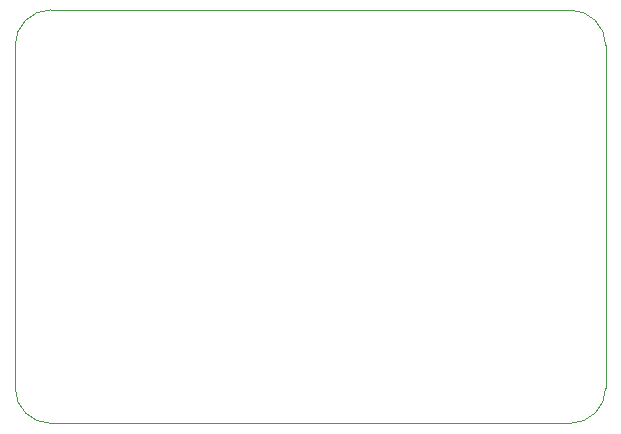
<source format=gm1>
G04 #@! TF.GenerationSoftware,KiCad,Pcbnew,5.1.12-84ad8e8a86~92~ubuntu20.04.1*
G04 #@! TF.CreationDate,2022-01-09T16:30:32+01:00*
G04 #@! TF.ProjectId,hlk-pm-pcb,686c6b2d-706d-42d7-9063-622e6b696361,1.0*
G04 #@! TF.SameCoordinates,Original*
G04 #@! TF.FileFunction,Profile,NP*
%FSLAX46Y46*%
G04 Gerber Fmt 4.6, Leading zero omitted, Abs format (unit mm)*
G04 Created by KiCad (PCBNEW 5.1.12-84ad8e8a86~92~ubuntu20.04.1) date 2022-01-09 16:30:32*
%MOMM*%
%LPD*%
G01*
G04 APERTURE LIST*
G04 #@! TA.AperFunction,Profile*
%ADD10C,0.050000*%
G04 #@! TD*
G04 APERTURE END LIST*
D10*
X133487000Y-54535000D02*
G75*
G02*
X136487000Y-57535000I0J-3000000D01*
G01*
X136487000Y-86535000D02*
G75*
G02*
X133487000Y-89535000I-3000000J0D01*
G01*
X86487000Y-57535000D02*
G75*
G02*
X89487000Y-54535000I3000000J0D01*
G01*
X89487000Y-89535000D02*
G75*
G02*
X86487000Y-86535000I0J3000000D01*
G01*
X89487000Y-54535000D02*
X133487000Y-54535000D01*
X86487000Y-86535000D02*
X86487000Y-57535000D01*
X136487000Y-86535000D02*
X136487000Y-57535000D01*
X89487000Y-89535000D02*
X133487000Y-89535000D01*
M02*

</source>
